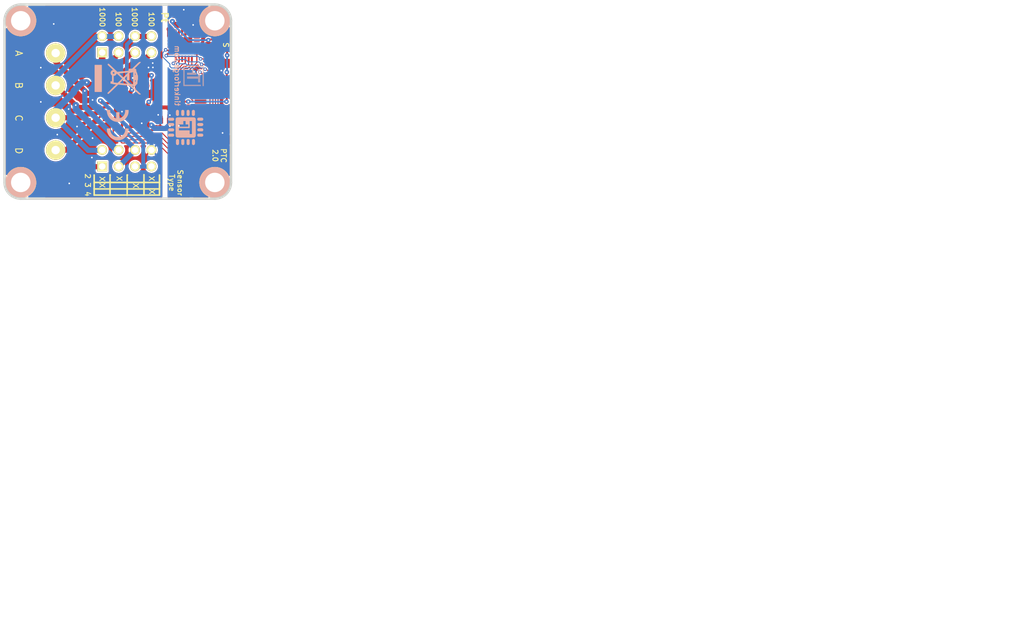
<source format=kicad_pcb>
(kicad_pcb (version 20221018) (generator pcbnew)
  (title_block (title "PTC Bricklet") (date "25 jun 2013") (rev "1.0") (company "Tinkerforge GmbH") (comment 1 "Licensed under CERN OHL v.1.1") (comment 2 "Copyright (©) 2013, B.Nordmeyer <bastian@tinkerforge.com>"))
  (layers (0 "F.Cu" signal "Vorderseite") (31 "B.Cu" signal "Rückseite") (34 "B.Paste" user) (35 "F.Paste" user) (36 "B.SilkS" user "B.Silkscreen") (37 "F.SilkS" user "F.Silkscreen") (38 "B.Mask" user) (39 "F.Mask" user) (44 "Edge.Cuts" user))
  (net 0 "")
  (net 1 "AGND")
  (net 2 "FORCE+")
  (net 3 "FORCE-")
  (net 4 "FORCE2")
  (net 5 "GND")
  (net 6 "RTDIN+")
  (net 7 "RTDIN-")
  (net 8 "VCC")
  (net 9 "Net-(P1-Pad4)")
  (net 10 "Net-(P1-Pad5)")
  (net 11 "Net-(P1-Pad6)")
  (net 12 "Net-(C1-Pad1)")
  (net 13 "Net-(C6-Pad1)")
  (net 14 "Net-(C7-Pad2)")
  (net 15 "Net-(C8-Pad2)")
  (net 16 "Net-(D1-Pad2)")
  (net 17 "Net-(P2-Pad1)")
  (net 18 "Net-(P3-Pad2)")
  (net 19 "Net-(R1-Pad1)")
  (net 20 "Net-(P4-Pad7)")
  (net 21 "Net-(R2-Pad2)")
  (net 22 "Net-(P4-Pad5)")
  (net 23 "S-MISO")
  (net 24 "S-MOSI")
  (net 25 "S-CLK")
  (net 26 "S-CS")
  (net 27 "Net-(RP2-Pad1)")
  (net 28 "Net-(RP2-Pad2)")
  (net 29 "Net-(RP2-Pad3)")
  (net 30 "Net-(RP2-Pad4)")
  (net 31 "M-MISO")
  (net 32 "M-MOSI")
  (net 33 "M-CLK")
  (net 34 "M-CS")
  (net 35 "Net-(P4-Pad6)")
  (footprint "kicad-libraries:Fiducial_Mark" (layer "F.Cu") (at 153.9 71.5)
    (fp_text reference "Fiducial_Mark" hide)
    (fp_text value "VAL**" hide)
  )
  (footprint "kicad-libraries:Fiducial_Mark" (layer "F.Cu") (at 130.9 98.4)
    (fp_text reference "Fiducial_Mark" hide)
    (fp_text value "VAL**" hide)
  )
  (footprint "kicad-libraries:Fiducial_Mark" (layer "F.Cu") (at 130.9 71.5)
    (fp_text reference "Fiducial_Mark" hide)
    (fp_text value "VAL**" hide)
  )
  (footprint "kicad-libraries:DEBUG_PAD" (layer "F.Cu") (at 150.3 73.75)
    (fp_text reference "P2")
    (fp_text value "Debug")
  )
  (footprint "kicad-libraries:SolderJumper" (layer "F.Cu") (at 151.55 71.3 180)
    (fp_text reference "P3")
    (fp_text value "Boot")
  )
  (footprint "kicad-libraries:4X0402" (layer "F.Cu") (at 151.8 81.45)
    (fp_text reference "RP1")
    (fp_text value "82")
  )
  (footprint "kicad-libraries:QFN24-4x4mm-0.5mm" (layer "F.Cu") (at 152.6 76.3 180)
    (fp_text reference "U1")
    (fp_text value "XMC1100")
  )
  (footprint "kicad-libraries:pin_array_4x2" (layer "F.Cu") (at 143.8 76.1)
    (fp_text reference "P4")
    (fp_text value "CONN_02X04" hide)
  )
  (footprint "kicad-libraries:pin_array_4x2" (layer "F.Cu") (at 143.8 93.7)
    (fp_text reference "P5")
    (fp_text value "CONN_02X04" hide)
  )
  (footprint "kicad-libraries:Fiducial_Mark" (layer "F.Cu") (at 153.8 98.5)
    (fp_text reference "Fiducial_Mark" hide)
    (fp_text value "VAL**" hide)
  )
  (footprint "kicad-libraries:C0402F" (layer "F.Cu") (at 153.5 81.45 90)
    (fp_text reference "C1")
    (fp_text value "220pF")
  )
  (footprint "kicad-libraries:C0805" (layer "F.Cu") (at 153.2 86.9 -90)
    (fp_text reference "C2")
    (fp_text value "10uF")
  )
  (footprint "kicad-libraries:C0603F" (layer "F.Cu") (at 151.8 87.1 -90)
    (fp_text reference "C3")
    (fp_text value "100nF")
  )
  (footprint "kicad-libraries:C0603F" (layer "F.Cu") (at 152.35 73.1)
    (fp_text reference "C4")
    (fp_text value "100nF")
  )
  (footprint "kicad-libraries:C0603F" (layer "F.Cu") (at 146.9 86.6 90)
    (fp_text reference "C5")
    (fp_text value "100nF")
  )
  (footprint "kicad-libraries:C0603F" (layer "F.Cu") (at 145.5 81.7 90)
    (fp_text reference "C6")
    (fp_text value "100nF")
  )
  (footprint "kicad-libraries:C0603F" (layer "F.Cu") (at 140.1 81.6 90)
    (fp_text reference "C7")
    (fp_text value "10nF")
  )
  (footprint "kicad-libraries:C0603F" (layer "F.Cu") (at 138.7 81.6 90)
    (fp_text reference "C8")
    (fp_text value "100nF")
  )
  (footprint "kicad-libraries:D0603F" (layer "F.Cu") (at 157.15 76.2)
    (fp_text reference "D1")
    (fp_text value "blue")
  )
  (footprint "kicad-libraries:R0603F" (layer "F.Cu") (at 149.7 87.9)
    (fp_text reference "FB1")
    (fp_text value "FB")
  )
  (footprint "kicad-libraries:R0603F" (layer "F.Cu") (at 146.8 81.7 -90)
    (fp_text reference "FB2")
    (fp_text value "FB")
  )
  (footprint "kicad-libraries:AKL_5_2" (layer "F.Cu") (at 132.79882 79.94904 90)
    (fp_text reference "J1")
    (fp_text value "AKL_5_2")
  )
  (footprint "kicad-libraries:AKL_5_2" (layer "F.Cu") (at 132.79882 89.94902 90)
    (fp_text reference "J2")
    (fp_text value "AKL_5_2")
  )
  (footprint "kicad-libraries:CON-SENSOR2" (layer "F.Cu") (at 159.79902 84.9503 90)
    (fp_text reference "P1")
    (fp_text value "CON-SENSOR")
  )
  (footprint "kicad-libraries:R0603F" (layer "F.Cu") (at 157.15 77.5)
    (fp_text reference "R1")
    (fp_text value "1k")
  )
  (footprint "kicad-libraries:R0603F" (layer "F.Cu") (at 143.4 81.5 -90)
    (fp_text reference "R2")
    (fp_text value "390 0.1%")
  )
  (footprint "kicad-libraries:R0603F" (layer "F.Cu") (at 141.8 81.5 -90)
    (fp_text reference "R3")
    (fp_text value "3k9 0.1%")
  )
  (footprint "kicad-libraries:0603X4" (layer "F.Cu") (at 152.2 92.3 90)
    (fp_text reference "RP2")
    (fp_text value "100")
  )
  (footprint "kicad-libraries:QFN-20-5x5" (layer "F.Cu") (at 143.05026 86.4997 180)
    (fp_text reference "U2")
    (fp_text value "MAX31865")
  )
  (footprint "kicad-libraries:DRILL_NP" (layer "F.Cu") (at 157.40126 97.44964 90)
    (fp_text reference "U3" hide)
    (fp_text value "DRILL" hide)
  )
  (footprint "kicad-libraries:DRILL_NP" (layer "F.Cu") (at 127.39878 97.44964)
    (fp_text reference "U4" hide)
    (fp_text value "DRILL" hide)
  )
  (footprint "kicad-libraries:DRILL_NP" (layer "F.Cu") (at 127.39878 72.45096 90)
    (fp_text reference "U5" hide)
    (fp_text value "DRILL" hide)
  )
  (footprint "kicad-libraries:DRILL_NP" (layer "F.Cu") (at 157.40126 72.45096)
    (fp_text reference "U6" hide)
    (fp_text value "DRILL" hide)
  )
  (footprint "kicad-libraries:Logo_31x31" (layer "B.Cu") (at 155.7 82.55 90)
    (fp_text reference "G***" hide)
    (fp_text value "Logo_31x31" hide)
  )
  (footprint "kicad-libraries:CE_5mm" (layer "B.Cu") (at 142.4 88.55 90)
    (fp_text reference "VAL" hide)
    (fp_text value "CE_5mm" hide)
  )
  (footprint "kicad-libraries:WEEE_7mm" (layer "B.Cu") (at 142.4 81.35 90)
    (fp_text reference "VAL" hide)
    (fp_text value "WEEE_7mm" hide)
  )
  (footprint "kicad-libraries:Logo_CoMCU" (layer "B.Cu") (at 152.9 88.95 90)
    (fp_text reference "G***" hide)
    (fp_text value "LOGO" hide)
  )
  (gr_line (start 141.20114 96.29902) (end 141.2494 96.29902) (stroke (width 0.24892)) (layer "F.SilkS"))
  (gr_line (start 138.75004 96.29902) (end 138.75004 99.40036) (stroke (width 0.24892)) (layer "F.SilkS"))
  (gr_line (start 143.85036 96.29902) (end 143.90116 96.29902) (stroke (width 0.24892)) (layer "F.SilkS"))
  (gr_line (start 146.44878 99.40036) (end 146.44878 96.25076) (stroke (width 0.24892)) (layer "F.SilkS"))
  (gr_line (start 138.75004 99.40036) (end 148.84908 99.40036) (stroke (width 0.24892)) (layer "F.SilkS"))
  (gr_line (start 143.85036 99.45116) (end 143.85036 96.29902) (stroke (width 0.24892)) (layer "F.SilkS"))
  (gr_line (start 148.84908 99.40036) (end 148.84908 96.29902) (stroke (width 0.24892)) (layer "F.SilkS"))
  (gr_line (start 141.20114 99.40036) (end 141.20114 96.29902) (stroke (width 0.24892)) (layer "F.SilkS"))
  (gr_line (start 138.75004 97.44964) (end 148.84908 97.44964) (stroke (width 0.24892)) (layer "F.SilkS"))
  (gr_line (start 138.75004 98.4504) (end 138.75004 98.3996) (stroke (width 0.24892)) (layer "F.SilkS"))
  (gr_line (start 148.84908 98.4504) (end 138.75004 98.4504) (stroke (width 0.24892)) (layer "F.SilkS"))
  (gr_line (start 157.40126 99.949) (end 127.39878 99.949) (stroke (width 0.381)) (layer "Edge.Cuts"))
  (gr_line (start 127.39878 69.94906) (end 157.40126 69.94906) (stroke (width 0.381)) (layer "Edge.Cuts"))
  (gr_arc (start 127.40132 99.949) (mid 125.634006 99.216954) (end 124.90196 97.44964) (stroke (width 0.381)) (layer "Edge.Cuts"))
  (gr_line (start 124.89942 97.44964) (end 124.89942 72.45096) (stroke (width 0.381)) (layer "Edge.Cuts"))
  (gr_arc (start 157.40126 69.9516) (mid 159.168574 70.683646) (end 159.90062 72.45096) (stroke (width 0.381)) (layer "Edge.Cuts"))
  (gr_arc (start 159.90062 97.44964) (mid 159.168574 99.216954) (end 157.40126 99.949) (stroke (width 0.381)) (layer "Edge.Cuts"))
  (gr_line (start 159.90062 72.45096) (end 159.90062 97.44964) (stroke (width 0.381)) (layer "Edge.Cuts"))
  (gr_arc (start 124.89942 72.45096) (mid 125.63221 70.68185) (end 127.40132 69.94906) (stroke (width 0.381)) (layer "Edge.Cuts"))
  (gr_text "tinkerforge.com" (at 151.6 80.95 270) (layer "B.SilkS") (effects (font (size 0.8001 0.8001) (thickness 0.14986)) (justify mirror)))
  (gr_text "X" (at 147.74926 98.89998 90) (layer "F.SilkS") (effects (font (size 0.8001 0.8001) (thickness 0.14986))))
  (gr_text "PTC\n2.0" (at 158.1 93.3 270) (layer "F.SilkS") (effects (font (size 0.8001 0.8001) (thickness 0.14986))))
  (gr_text "100" (at 147.5994 72.2503 270) (layer "F.SilkS") (effects (font (size 0.8001 0.8001) (thickness 0.14986))))
  (gr_text "Sensor\nType" (at 151.39924 97.50044 270) (layer "F.SilkS") (effects (font (size 0.8001 0.8001) (thickness 0.14986))))
  (gr_text "Pt" (at 149.64918 71.89978 270) (layer "F.SilkS") (effects (font (size 1.00076 1.00076) (thickness 0.20066))))
  (gr_text "X" (at 147.701 96.8502 90) (layer "F.SilkS") (effects (font (size 0.8001 0.8001) (thickness 0.14986))))
  (gr_text "100" (at 142.49908 72.2503 270) (layer "F.SilkS") (effects (font (size 0.8001 0.8001) (thickness 0.14986))))
  (gr_text "X" (at 140.05052 96.901 90) (layer "F.SilkS") (effects (font (size 0.8001 0.8001) (thickness 0.14986))))
  (gr_text "S" (at 159.1 76.2 270) (layer "F.SilkS") (effects (font (size 0.8001 0.8001) (thickness 0.14986))))
  (gr_text "X" (at 145.2499 97.95002 90) (layer "F.SilkS") (effects (font (size 0.8001 0.8001) (thickness 0.14986))))
  (gr_text "1000" (at 145.00098 71.89978 270) (layer "F.SilkS") (effects (font (size 0.8001 0.8001) (thickness 0.14986))))
  (gr_text "A     B     C     D" (at 127.09906 85.04936 270) (layer "F.SilkS") (effects (font (size 1.04902 1.04902) (thickness 0.14986))))
  (gr_text "1000" (at 139.99972 71.89978 270) (layer "F.SilkS") (effects (font (size 0.8001 0.8001) (thickness 0.14986))))
  (gr_text "2 3 4" (at 137.74928 97.85096 270) (layer "F.SilkS") (effects (font (size 0.8001 0.8001) (thickness 0.14986))))
  (gr_text "X" (at 140.05052 97.89922 90) (layer "F.SilkS") (effects (font (size 0.8001 0.8001) (thickness 0.14986))))
  (gr_text "X" (at 142.69974 96.8502 90) (layer "F.SilkS") (effects (font (size 0.8001 0.8001) (thickness 0.14986))))
  (segment (start 148.95 87.3) (end 148.65 87) (width 0.8001) (layer "F.Cu") (net 1))
  (segment (start 140.66266 88.43772) (end 138.50112 90.59926) (width 0.29972) (layer "F.Cu") (net 1))
  (segment (start 140.66266 87.79764) (end 140.66266 88.43772) (width 0.29972) (layer "F.Cu") (net 1))
  (segment (start 130.50012 88.00084) (end 130.50012 85.0011) (width 0.29972) (layer "F.Cu") (net 1))
  (segment (start 147.83054 79.66964) (end 147.15998 79.66964) (width 0.59944) (layer "F.Cu") (net 1))
  (segment (start 145.43786 87.79764) (end 145.59788 87.79764) (width 0.29972) (layer "F.Cu") (net 1))
  (segment (start 138.50112 90.59926) (end 138.50112 93.4974) (width 0.29972) (layer "F.Cu") (net 1))
  (segment (start 147.8407 79.65948) (end 148.57984 79.65948) (width 0.59944) (layer "F.Cu") (net 1))
  (segment (start 134.29996 88.80094) (end 133.05028 90.05062) (width 0.29972) (layer "F.Cu") (net 1))
  (segment (start 130.50012 79.70012) (end 130.50012 74.94778) (width 0.29972) (layer "F.Cu") (net 1))
  (segment (start 145.54962 80.899) (end 145.10258 80.899) (width 0.59944) (layer "F.Cu") (net 1))
  (segment (start 145.59788 87.79764) (end 146.1008 88.30056) (width 0.29972) (layer "F.Cu") (net 1))
  (segment (start 130.50012 79.70012) (end 130.50012 85.0011) (width 0.29972) (layer "F.Cu") (net 1))
  (segment (start 147.15998 79.66964) (end 147.14982 79.6798) (width 0.59944) (layer "F.Cu") (net 1))
  (segment (start 133.05028 90.05062) (end 132.5499 90.05062) (width 0.29972) (layer "F.Cu") (net 1))
  (segment (start 134.8994 97.5995) (end 134.85114 97.55124) (width 0.29972) (layer "F.Cu") (net 1))
  (segment (start 147.83054 79.02956) (end 147.80006 78.99908) (width 0.29972) (layer "F.Cu") (net 1))
  (segment (start 147.83054 79.66964) (end 147.83054 79.02956) (width 0.29972) (layer "F.Cu") (net 1))
  (segment (start 147.8407 79.65948) (end 147.83054 79.66964) (width 0.59944) (layer "F.Cu") (net 1))
  (segment (start 148.95 87.9) (end 148.95 87.3) (width 0.8001) (layer "F.Cu") (net 1))
  (segment (start 138.50112 93.4974) (end 138.39952 93.599) (width 0.29972) (layer "F.Cu") (net 1))
  (segment (start 145.10258 80.899) (end 144.70126 81.30032) (width 0.59944) (layer "F.Cu") (net 1))
  (segment (start 141.75232 87.79764) (end 143.05026 86.4997) (width 0.29972) (layer "F.Cu") (net 1))
  (segment (start 136.10082 88.80094) (end 134.29996 88.80094) (width 0.29972) (layer "F.Cu") (net 1))
  (segment (start 132.5499 90.05062) (end 130.50012 88.00084) (width 0.29972) (layer "F.Cu") (net 1))
  (segment (start 134.85114 97.55124) (end 134.85114 97.50044) (width 0.29972) (layer "F.Cu") (net 1))
  (segment (start 130.50012 74.94778) (end 132.4991 72.9488) (width 0.29972) (layer "F.Cu") (net 1))
  (segment (start 141.75232 87.79764) (end 140.66266 87.79764) (width 0.29972) (layer "F.Cu") (net 1))
  (via (at 147.80006 78.99908) (size 0.70104) (drill 0.25) (layers "F.Cu" "B.Cu") (net 1))
  (via (at 138.39952 93.599) (size 0.70104) (drill 0.25) (layers "F.Cu" "B.Cu") (net 1))
  (via (at 147.83054 79.66964) (size 0.70104) (drill 0.25) (layers "F.Cu" "B.Cu") (net 1))
  (via (at 147.14982 79.6798) (size 0.70104) (drill 0.25) (layers "F.Cu" "B.Cu") (net 1))
  (via (at 130.50012 85.0011) (size 0.70104) (drill 0.25) (layers "F.Cu" "B.Cu") (net 1))
  (via (at 148.65 87) (size 0.7) (drill 0.25) (layers "F.Cu" "B.Cu") (net 1))
  (via (at 133.05028 90.05062) (size 0.70104) (drill 0.25) (layers "F.Cu" "B.Cu") (net 1))
  (via (at 134.8994 97.5995) (size 0.70104) (drill 0.25) (layers "F.Cu" "B.Cu") (net 1))
  (via (at 130.50012 79.70012) (size 0.70104) (drill 0.25) (layers "F.Cu" "B.Cu") (net 1))
  (via (at 143.05026 86.4997) (size 0.70104) (drill 0.25) (layers "F.Cu" "B.Cu") (net 1))
  (via (at 138.50112 84.69884) (size 0.70104) (drill 0.25) (layers "F.Cu" "B.Cu") (net 1))
  (via (at 144.70126 81.30032) (size 0.70104) (drill 0.25) (layers "F.Cu" "B.Cu") (net 1))
  (via (at 136.10082 88.80094) (size 0.70104) (drill 0.25) (layers "F.Cu" "B.Cu") (net 1))
  (via (at 132.4991 72.9488) (size 0.70104) (drill 0.25) (layers "F.Cu" "B.Cu") (net 1))
  (via (at 138.50112 90.59926) (size 0.70104) (drill 0.25) (layers "F.Cu" "B.Cu") (net 1))
  (via (at 146.1008 88.30056) (size 0.70104) (drill 0.25) (layers "F.Cu" "B.Cu") (net 1))
  (via (at 134.80034 86.10092) (size 0.70104) (drill 0.25) (layers "F.Cu" "B.Cu") (net 1))
  (segment (start 145.82502 85.57498) (end 146.3 85.1) (width 0.59944) (layer "B.Cu") (net 1))
  (segment (start 146.3 85.1) (end 146.3 82.89906) (width 0.59944) (layer "B.Cu") (net 1))
  (segment (start 146.3 82.89906) (end 145.5293 82.12836) (width 0.59944) (layer "B.Cu") (net 1))
  (segment (start 143.97498 85.57498) (end 145.82502 85.57498) (width 0.59944) (layer "B.Cu") (net 1))
  (segment (start 146.1008 88.02116) (end 144.57934 86.4997) (width 0.59944) (layer "B.Cu") (net 1))
  (segment (start 138.50112 90.59926) (end 137.89914 90.59926) (width 0.29972) (layer "B.Cu") (net 1))
  (segment (start 147.60956 92.47886) (end 147.60956 89.80932) (width 0.59944) (layer "B.Cu") (net 1))
  (segment (start 145.5293 82.12836) (end 144.70126 81.30032) (width 0.59944) (layer "B.Cu") (net 1))
  (segment (start 138.39952 93.599) (end 138.39952 94.09938) (width 0.29972) (layer "B.Cu") (net 1))
  (segment (start 136.10082 88.50122) (end 134.80034 87.20074) (width 0.29972) (layer "B.Cu") (net 1))
  (segment (start 145.5293 81.30032) (end 147.14982 79.6798) (width 0.59944) (layer "B.Cu") (net 1))
  (segment (start 143.05026 86.4997) (end 143.97498 85.57498) (width 0.59944) (layer "B.Cu") (net 1))
  (segment (start 138.39952 94.09938) (end 134.8994 97.5995) (width 0.29972) (layer "B.Cu") (net 1))
  (segment (start 134.80034 87.20074) (end 134.80034 86.10092) (width 0.29972) (layer "B.Cu") (net 1))
  (segment (start 137.89914 90.59926) (end 136.10082 88.80094) (width 0.29972) (layer "B.Cu") (net 1))
  (segment (start 144.57934 86.4997) (end 143.05026 86.4997) (width 0.59944) (layer "B.Cu") (net 1))
  (segment (start 139.49934 83.70062) (end 138.50112 84.69884) (width 0.29972) (layer "B.Cu") (net 1))
  (segment (start 136.10082 88.80094) (end 136.10082 88.50122) (width 0.29972) (layer "B.Cu") (net 1))
  (segment (start 146.1008 88.30056) (end 146.1008 88.02116) (width 0.59944) (layer "B.Cu") (net 1))
  (segment (start 141.4018 83.70062) (end 139.49934 83.70062) (width 0.29972) (layer "B.Cu") (net 1))
  (segment (start 147.60956 89.80932) (end 146.1008 88.30056) (width 0.59944) (layer "B.Cu") (net 1))
  (segment (start 143.05026 86.4997) (end 143.05026 85.34908) (width 0.29972) (layer "B.Cu") (net 1))
  (segment (start 143.05026 85.34908) (end 141.4018 83.70062) (width 0.29972) (layer "B.Cu") (net 1))
  (segment (start 144.70126 81.30032) (end 145.5293 81.30032) (width 0.59944) (layer "B.Cu") (net 1))
  (segment (start 141.75232 84.1121) (end 141.75232 84.05368) (width 0.29972) (layer "F.Cu") (net 2))
  (segment (start 141.75232 84.05368) (end 141.39672 83.69808) (width 0.29972) (layer "F.Cu") (net 2))
  (segment (start 137.69848 83.69808) (end 137.2997 83.2993) (width 0.8001) (layer "F.Cu") (net 2))
  (segment (start 141.39672 83.69808) (end 137.69848 83.69808) (width 0.8001) (layer "F.Cu") (net 2))
  (segment (start 132.79882 78.79842) (end 132.79882 77.44968) (width 0.8001) (layer "F.Cu") (net 2))
  (segment (start 137.2997 83.2993) (end 132.79882 78.79842) (width 0.8001) (layer "F.Cu") (net 2))
  (via (at 137.2997 83.2993) (size 0.70104) (drill 0.25) (layers "F.Cu" "B.Cu") (net 2))
  (segment (start 137.2997 85.79866) (end 137.2997 83.2993) (width 0.8001) (layer "B.Cu") (net 2))
  (segment (start 145.06956 92.47886) (end 145.06956 92.31884) (width 0.8001) (layer "B.Cu") (net 2))
  (segment (start 142.27556 90.77452) (end 137.2997 85.79866) (width 0.8001) (layer "B.Cu") (net 2))
  (segment (start 145.06956 92.31884) (end 143.52524 90.77452) (width 0.8001) (layer "B.Cu") (net 2))
  (segment (start 143.52524 90.77452) (end 142.27556 90.77452) (width 0.8001) (layer "B.Cu") (net 2))
  (segment (start 142.52956 95.01886) (end 145.06956 92.47886) (width 0.8001) (layer "B.Cu") (net 2))
  (segment (start 138.8491 88.00084) (end 135.001 91.84894) (width 0.8001) (layer "F.Cu") (net 3))
  (segment (start 139.98956 95.01886) (end 138.16838 95.01886) (width 0.8001) (layer "F.Cu") (net 3))
  (segment (start 135.001 91.84894) (end 134.40156 92.44838) (width 0.8001) (layer "F.Cu") (net 3))
  (segment (start 134.40156 92.44838) (end 132.79882 92.44838) (width 0.8001) (layer "F.Cu") (net 3))
  (segment (start 135.001 91.85148) (end 135.001 91.84894) (width 0.8001) (layer "F.Cu") (net 3))
  (segment (start 139.25296 87.69858) (end 139.25296 87.8967) (width 0.29972) (layer "F.Cu") (net 3))
  (segment (start 139.80414 87.1474) (end 139.25296 87.69858) (width 0.29972) (layer "F.Cu") (net 3))
  (segment (start 138.16838 95.01886) (end 135.001 91.85148) (width 0.8001) (layer "F.Cu") (net 3))
  (segment (start 140.66266 87.1474) (end 139.80414 87.1474) (width 0.29972) (layer "F.Cu") (net 3))
  (segment (start 139.14882 88.00084) (end 138.8491 88.00084) (width 0.8001) (layer "F.Cu") (net 3))
  (segment (start 139.25296 87.8967) (end 139.14882 88.00084) (width 0.29972) (layer "F.Cu") (net 3))
  (segment (start 139.25296 87.69858) (end 139.25042 87.70112) (width 0.29972) (layer "F.Cu") (net 3))
  (segment (start 139.7508 85.04936) (end 139.7508 84.85124) (width 0.29972) (layer "F.Cu") (net 4))
  (segment (start 140.66266 85.20176) (end 139.9032 85.20176) (width 0.29972) (layer "F.Cu") (net 4))
  (segment (start 139.7508 84.85124) (end 139.7 84.80044) (width 0.29972) (layer "F.Cu") (net 4))
  (segment (start 139.9032 85.20176) (end 139.7508 85.04936) (width 0.29972) (layer "F.Cu") (net 4))
  (via (at 139.7 84.80044) (size 0.70104) (drill 0.25) (layers "F.Cu" "B.Cu") (net 4))
  (segment (start 139.7 84.80044) (end 139.8397 84.80044) (width 0.59944) (layer "B.Cu") (net 4))
  (segment (start 146.33956 91.3003) (end 146.33956 94.63786) (width 0.59944) (layer "B.Cu") (net 4))
  (segment (start 146.40052 94.69882) (end 146.72056 95.01886) (width 0.29972) (layer "B.Cu") (net 4))
  (segment (start 146.33956 94.63786) (end 146.72056 95.01886) (width 0.59944) (layer "B.Cu") (net 4))
  (segment (start 139.8397 84.80044) (end 146.33956 91.3003) (width 0.59944) (layer "B.Cu") (net 4))
  (segment (start 145.06956 95.01886) (end 146.72056 95.01886) (width 0.59944) (layer "B.Cu") (net 4))
  (segment (start 146.72056 95.01886) (end 147.60956 95.01886) (width 0.59944) (layer "B.Cu") (net 4))
  (segment (start 153.75 80.8) (end 154.2 80.35) (width 0.59944) (layer "F.Cu") (net 5))
  (segment (start 158.59902 89.80098) (end 158.6 89.8) (width 0.59944) (layer "F.Cu") (net 5))
  (segment (start 152.85 73.35) (end 153.1 73.1) (width 0.29972) (layer "F.Cu") (net 5))
  (segment (start 152.85 75.25) (end 153.25 75.65) (width 0.29972) (layer "F.Cu") (net 5))
  (segment (start 154.3497 87.4503) (end 153.89924 87.90076) (width 0.8001) (layer "F.Cu") (net 5))
  (segment (start 153.89924 87.90076) (end 153.2 87.90076) (width 0.8001) (layer "F.Cu") (net 5))
  (segment (start 151.85076 87.90076) (end 151.8 87.85) (width 0.8001) (layer "F.Cu") (net 5))
  (segment (start 151.8 88.65) (end 151.85 88.7) (width 0.8001) (layer "F.Cu") (net 5))
  (segment (start 158.59902 79.95098) (end 158.4 80.15) (width 0.29972) (layer "F.Cu") (net 5))
  (segment (start 152.05 70.75) (end 152.05 71.3) (width 0.15) (layer "F.Cu") (net 5))
  (segment (start 152 71.35) (end 152 71.85) (width 0.15) (layer "F.Cu") (net 5))
  (segment (start 152 71.85) (end 151.75 71.85) (width 0.15) (layer "F.Cu") (net 5))
  (segment (start 151.75 71.85) (end 151.775 71.85) (width 0.15) (layer "F.Cu") (net 5))
  (segment (start 152.85 75.25) (end 153.25 75.65) (width 0.15) (layer "F.Cu") (net 5))
  (segment (start 153.75 80.8) (end 154.2 80.35) (width 0.29972) (layer "F.Cu") (net 5))
  (segment (start 152.85 76.55) (end 153.25 76.95) (width 0.29972) (layer "F.Cu") (net 5))
  (segment (start 153.95 80.35) (end 154.2 80.35) (width 0.29972) (layer "F.Cu") (net 5))
  (segment (start 152.85 73.35) (end 153.1 73.1) (width 0.29972) (layer "F.Cu") (net 5))
  (segment (start 144.3482 88.8873) (end 145.11274 88.8873) (width 0.29972) (layer "F.Cu") (net 5))
  (segment (start 151.8 87.85) (end 151.8 88.65) (width 0.8001) (layer "F.Cu") (net 5))
  (segment (start 153.5 80.8) (end 153.95 80.35) (width 0.29972) (layer "F.Cu") (net 5))
  (segment (start 146.48688 89.16416) (end 145.4658 89.16416) (width 0.59944) (layer "F.Cu") (net 5))
  (segment (start 152.05 71.3) (end 152 71.35) (width 0.15) (layer "F.Cu") (net 5))
  (segment (start 158.59902 90.8503) (end 158.59902 89.80098) (width 0.59944) (layer "F.Cu") (net 5))
  (segment (start 154.05 73.1) (end 153.1 73.1) (width 0.29972) (layer "F.Cu") (net 5))
  (segment (start 153.25 75.65) (end 151.95 75.65) (width 0.29972) (layer "F.Cu") (net 5))
  (segment (start 153.2 87.90076) (end 151.85076 87.90076) (width 0.8001) (layer "F.Cu") (net 5))
  (segment (start 152.85 74.275) (end 152.85 73.35) (width 0.29972) (layer "F.Cu") (net 5))
  (segment (start 153.1 73.1) (end 154.05 73.1) (width 0.59944) (layer "F.Cu") (net 5))
  (segment (start 152.85 74.275) (end 152.85 76.55) (width 0.29972) (layer "F.Cu") (net 5))
  (segment (start 153.25 76.95) (end 151.95 76.95) (width 0.29972) (layer "F.Cu") (net 5))
  (segment (start 147.51812 88.66124) (end 147.5994 88.57996) (width 0.59944) (layer "F.Cu") (net 5))
  (segment (start 151.775 70.75) (end 152.05 70.75) (width 0.15) (layer "F.Cu") (net 5))
  (segment (start 151.95 76.95) (end 151.95 75.65) (width 0.29972) (layer "F.Cu") (net 5))
  (segment (start 153.5 80.8) (end 153.75 80.8) (width 0.29972) (layer "F.Cu") (net 5))
  (segment (start 152.85 74.275) (end 152.85 75.25) (width 0.29972) (layer "F.Cu") (net 5))
  (segment (start 152.05 71.3) (end 152.6 70.75) (width 0.29972) (layer "F.Cu") (net 5))
  (segment (start 146.94916 87.88908) (end 146.94916 87.50046) (width 0.59944) (layer "F.Cu") (net 5))
  (segment (start 145.4658 89.16416) (end 145.15084 88.8492) (width 0.59944) (layer "F.Cu") (net 5))
  (segment (start 146.9898 87.92972) (end 146.9898 88.66124) (width 0.59944) (layer "F.Cu") (net 5))
  (segment (start 155.19902 87.4503) (end 154.3497 87.4503) (width 0.8001) (layer "F.Cu") (net 5))
  (segment (start 153.25 76.95) (end 153.25 75.65) (width 0.29972) (layer "F.Cu") (net 5))
  (segment (start 158.59902 79.0503) (end 158.59902 79.95098) (width 0.29972) (layer "F.Cu") (net 5))
  (segment (start 146.9898 88.66124) (end 146.48688 89.16416) (width 0.59944) (layer "F.Cu") (net 5))
  (segment (start 145.11274 88.8873) (end 145.15084 88.8492) (width 0.29972) (layer "F.Cu") (net 5))
  (segment (start 147.51812 88.66124) (end 146.9898 88.66124) (width 0.59944) (layer "F.Cu") (net 5))
  (segment (start 150.45 87.05) (end 150.45 87.9) (width 0.8001) (layer "F.Cu") (net 5))
  (segment (start 146.94916 87.88908) (end 146.9898 87.92972) (width 0.59944) (layer "F.Cu") (net 5))
  (segment (start 150.45 87.9) (end 150.45 88.75) (width 0.8001) (layer "F.Cu") (net 5))
  (via (at 158.4 80.15) (size 0.7) (drill 0.25) (layers "F.Cu" "B.Cu") (net 5))
  (via (at 147.5994 88.57996) (size 0.70104) (drill 0.25) (layers "F.Cu" "B.Cu") (net 5))
  (via (at 151.85 88.7) (size 0.7) (drill 0.25) (layers "F.Cu" "B.Cu") (net 5))
  (via (at 154.2 80.35) (size 0.7) (drill 0.25) (layers "F.Cu" "B.Cu") (net 5))
  (via (at 150.45 87.05) (size 0.7) (drill 0.25) (layers "F.Cu" "B.Cu") (net 5))
  (via (at 152.6 70.75) (size 0.55) (drill 0.25) (layers "F.Cu" "B.Cu") (net 5))
  (via (at 154.05 73.1) (size 0.7) (drill 0.25) (layers "F.Cu" "B.Cu") (net 5))
  (via (at 150.45 88.75) (size 0.7) (drill 0.25) (layers "F.Cu" "B.Cu") (net 5))
  (via (at 158.6 89.8) (size 0.7) (drill 0.25) (layers "F.Cu" "B.Cu") (net 5))
  (segment (start 150.17002 88.75) (end 149.82002 89.1) (width 0.8001) (layer "B.Cu") (net 5))
  (segment (start 149.82002 89.1) (end 148.102 89.1) (width 0.8001) (layer "B.Cu") (net 5))
  (segment (start 148.102 89.1) (end 147.59068 88.58868) (width 0.8001) (layer "B.Cu") (net 5))
  (segment (start 147.59068 88.58868) (end 147.5994 88.57996) (width 0.8001) (layer "B.Cu") (net 5))
  (segment (start 154.2 81.45) (end 152.4 83.25) (width 0.29972) (layer "B.Cu") (net 5))
  (segment (start 152.4 83.25) (end 151.7 83.25) (width 0.29972) (layer "B.Cu") (net 5))
  (segment (start 151.7 83.25) (end 150.45 84.5) (width 0.29972) (layer "B.Cu") (net 5))
  (segment (start 150.45 84.5) (end 150.45 87.05) (width 0.29972) (layer "B.Cu") (net 5))
  (segment (start 154.2 80.35) (end 154.2 81.45) (width 0.29972) (layer "B.Cu") (net 5))
  (segment (start 150.45 88.75) (end 150.17002 88.75) (width 0.8001) (layer "B.Cu") (net 5))
  (segment (start 139.40028 85.852) (end 139.35202 85.852) (width 0.29972) (layer "F.Cu") (net 6))
  (segment (start 136.20242 85.852) (end 135.87476 85.52434) (width 0.8001) (layer "F.Cu") (net 6))
  (segment (start 139.35202 85.852) (end 139.34948 85.84946) (width 0.29972) (layer "F.Cu") (net 6))
  (segment (start 140.66266 85.852) (end 139.40028 85.852) (width 0.29972) (layer "F.Cu") (net 6))
  (segment (start 135.87476 85.52434) (end 132.79882 82.4484) (width 0.8001) (layer "F.Cu") (net 6))
  (segment (start 135.90016 85.49894) (end 135.87476 85.52434) (width 1.00076) (layer "F.Cu") (net 6))
  (segment (start 139.40028 85.852) (end 136.20242 85.852) (width 0.8001) (layer "F.Cu") (net 6))
  (via (at 135.90016 85.49894) (size 0.70104) (drill 0.25) (layers "F.Cu" "B.Cu") (net 6))
  (segment (start 139.12088 74.8792) (end 139.98956 74.8792) (width 0.8001) (layer "B.Cu") (net 6))
  (segment (start 139.98956 74.8792) (end 142.52956 74.8792) (width 0.8001) (layer "B.Cu") (net 6))
  (segment (start 142.52956 92.47886) (end 142.28064 92.47886) (width 1.00076) (layer "B.Cu") (net 6))
  (segment (start 135.90016 86.09838) (end 135.90016 85.49894) (width 1.00076) (layer "B.Cu") (net 6))
  (segment (start 132.79882 82.4484) (end 132.79882 81.20126) (width 0.8001) (layer "B.Cu") (net 6))
  (segment (start 132.79882 81.20126) (end 139.12088 74.8792) (width 0.8001) (layer "B.Cu") (net 6))
  (segment (start 142.28064 92.47886) (end 135.90016 86.09838) (width 1.00076) (layer "B.Cu") (net 6))
  (segment (start 136.90092 87.44966) (end 137.4902 86.86038) (width 0.8001) (layer "F.Cu") (net 7))
  (segment (start 140.5636 86.59876) (end 140.66266 86.4997) (width 0.29972) (layer "F.Cu") (net 7))
  (segment (start 138.0998 82.4992) (end 138.69924 82.4992) (width 1.00076) (layer "F.Cu") (net 7))
  (segment (start 140.14958 82.4992) (end 138.69924 82.4992) (width 1.00076) (layer "F.Cu") (net 7))
  (segment (start 139.55268 86.59876) (end 140.5636 86.59876) (width 0.29972) (layer "F.Cu") (net 7))
  (segment (start 132.79882 87.44966) (end 136.90092 87.44966) (width 0.8001) (layer "F.Cu") (net 7))
  (segment (start 137.4902 86.86038) (end 138.54938 86.86038) (width 0.8001) (layer "F.Cu") (net 7))
  (segment (start 137.59942 81.99882) (end 138.0998 82.4992) (width 1.00076) (layer "F.Cu") (net 7))
  (segment (start 139.29106 86.86038) (end 139.55268 86.59876) (width 0.29972) (layer "F.Cu") (net 7))
  (segment (start 138.54938 86.86038) (end 138.8491 86.86038) (width 0.8001) (layer "F.Cu") (net 7))
  (segment (start 138.8491 86.86038) (end 139.29106 86.86038) (width 0.29972) (layer "F.Cu") (net 7))
  (via (at 137.59942 81.99882) (size 0.70104) (drill 0.25) (layers "F.Cu" "B.Cu") (net 7))
  (segment (start 135.60044 83.2993) (end 136.90092 81.99882) (width 1.00076) (layer "B.Cu") (net 7))
  (segment (start 139.98956 92.47886) (end 137.82802 92.47886) (width 0.8001) (layer "B.Cu") (net 7))
  (segment (start 132.79882 86.30158) (end 135.60044 83.49996) (width 1.00076) (layer "B.Cu") (net 7))
  (segment (start 136.90092 81.99882) (end 137.59942 81.99882) (width 1.00076) (layer "B.Cu") (net 7))
  (segment (start 132.79882 87.44966) (end 132.79882 86.30158) (width 1.00076) (layer "B.Cu") (net 7))
  (segment (start 137.82802 92.47886) (end 132.79882 87.44966) (width 0.8001) (layer "B.Cu") (net 7))
  (segment (start 135.60044 83.49996) (end 135.60044 83.2993) (width 1.00076) (layer "B.Cu") (net 7))
  (segment (start 152.35 73.7) (end 151.75 73.1) (width 0.29972) (layer "F.Cu") (net 8))
  (segment (start 151.75 73.1) (end 151.6 73.1) (width 0.29972) (layer "F.Cu") (net 8))
  (segment (start 151.383958 73.1) (end 150.841979 72.558021) (width 0.59944) (layer "F.Cu") (net 8))
  (segment (start 150.05 85.85) (end 150.25 86.05) (width 0.59944) (layer "F.Cu") (net 8))
  (segment (start 150.25 86.05) (end 151.5 86.05) (width 0.59944) (layer "F.Cu") (net 8))
  (segment (start 151.5 86.05) (end 151.8 86.35) (width 0.59944) (layer "F.Cu") (net 8))
  (segment (start 152.25 86.35) (end 152.70076 85.89924) (width 0.59944) (layer "F.Cu") (net 8))
  (segment (start 152.70076 85.89924) (end 153.2 85.89924) (width 0.59944) (layer "F.Cu") (net 8))
  (segment (start 154.2503 86.2003) (end 153.94924 85.89924) (width 0.59944) (layer "F.Cu") (net 8))
  (segment (start 153.94924 85.89924) (end 153.2 85.89924) (width 0.59944) (layer "F.Cu") (net 8))
  (segment (start 159.25 84.9) (end 159.25 80.4) (width 0.29972) (layer "F.Cu") (net 8))
  (segment (start 159.3 77.8) (end 159.3 75.95) (width 0.29972) (layer "F.Cu") (net 8))
  (segment (start 159.3 75.95) (end 158.7 75.35) (width 0.29972) (layer "F.Cu") (net 8))
  (segment (start 158.7 75.35) (end 156.5 75.35) (width 0.29972) (layer "F.Cu") (net 8))
  (segment (start 156.5 75.35) (end 156.4 75.45) (width 0.29972) (layer "F.Cu") (net 8))
  (segment (start 151.8 85.4) (end 152.25 84.95) (width 0.29972) (layer "F.Cu") (net 8))
  (segment (start 152.25 84.95) (end 153.3 84.95) (width 0.29972) (layer "F.Cu") (net 8))
  (segment (start 159.2 84.95) (end 159.25 84.9) (width 0.29972) (layer "F.Cu") (net 8))
  (segment (start 146.9009 80.899) (end 147.60956 80.899) (width 0.59944) (layer "F.Cu") (net 8))
  (segment (start 146.94916 85.25256) (end 147.20062 85.0011) (width 0.29972) (layer "F.Cu") (net 8))
  (segment (start 151.8 86.35) (end 151.8 85.4) (width 0.29972) (layer "F.Cu") (net 8))
  (segment (start 152.35 74.275) (end 152.35 73.7) (width 0.29972) (layer "F.Cu") (net 8))
  (segment (start 145.48612 85.90026) (end 145.43786 85.852) (width 0.29972) (layer "F.Cu") (net 8))
  (segment (start 146.9 85.85) (end 150.05 85.85) (width 0.59944) (layer "F.Cu") (net 8))
  (segment (start 146.94916 85.90026) (end 145.48612 85.90026) (width 0.29972) (layer "F.Cu") (net 8))
  (segment (start 156.4 75.45) (end 156.4 76.2) (width 0.29972) (layer "F.Cu") (net 8))
  (segment (start 151.6 73.1) (end 151.383958 73.1) (width 0.59944) (layer "F.Cu") (net 8))
  (segment (start 155.19902 86.2003) (end 154.2503 86.2003) (width 0.59944) (layer "F.Cu") (net 8))
  (segment (start 151.8 86.35) (end 152.25 86.35) (width 0.59944) (layer "F.Cu") (net 8))
  (segment (start 147.60956 80.899) (end 147.61972 80.88884) (width 0.59944) (layer "F.Cu") (net 8))
  (segment (start 146.94916 85.90026) (end 146.94916 85.25256) (width 0.29972) (layer "F.Cu") (net 8))
  (via (at 159.25 80.4) (size 0.7) (drill 0.25) (layers "F.Cu" "B.Cu") (net 8))
  (via (at 147.61972 80.88884) (size 0.70104) (drill 0.25) (layers "F.Cu" "B.Cu") (net 8))
  (via (at 150.841979 72.558021) (size 0.7) (drill 0.25) (layers "F.Cu" "B.Cu") (net 8))
  (via (at 153.3 84.95) (size 0.7) (drill 0.25) (layers "F.Cu" "B.Cu") (net 8))
  (via (at 156.4 75.45) (size 0.7) (drill 0.25) (layers "F.Cu" "B.Cu") (net 8))
  (via (at 147.20062 85.0011) (size 0.70104) (drill 0.25) (layers "F.Cu" "B.Cu") (net 8))
  (via (at 159.2 84.95) (size 0.7) (drill 0.25) (layers "F.Cu" "B.Cu") (net 8))
  (via (at 159.3 77.8) (size 0.7) (drill 0.25) (layers "F.Cu" "B.Cu") (net 8))
  (segment (start 150.841979 72.558021) (end 150.85 72.55) (width 0.8001) (layer "B.Cu") (net 8))
  (segment (start 150.841979 72.891979) (end 153.4 75.45) (width 0.29972) (layer "B.Cu") (net 8))
  (segment (start 153.4 75.45) (end 156.4 75.45) (width 0.29972) (layer "B.Cu") (net 8))
  (segment (start 159.25 80.4) (end 159.3 80.35) (width 0.59944) (layer "B.Cu") (net 8))
  (segment (start 159.3 80.35) (end 159.3 77.8) (width 0.29972) (layer "B.Cu") (net 8))
  (segment (start 153.3 84.95) (end 159.2 84.95) (width 0.29972) (layer "B.Cu") (net 8))
  (segment (start 147.61972 84.582) (end 147.20062 85.0011) (width 0.29972) (layer "B.Cu") (net 8))
  (segment (start 147.61972 80.88884) (end 147.61972 84.582) (width 0.29972) (layer "B.Cu") (net 8))
  (segment (start 150.841979 72.558021) (end 150.841979 72.891979) (width 0.29972) (layer "B.Cu") (net 8))
  (segment (start 151.0507 82.8007) (end 152.55 84.3) (width 0.15) (layer "F.Cu") (net 9))
  (segment (start 152.55 84.3) (end 153.5 84.3) (width 0.15) (layer "F.Cu") (net 9))
  (segment (start 153.5 84.3) (end 154.1503 84.9503) (width 0.15) (layer "F.Cu") (net 9))
  (segment (start 154.1503 84.9503) (end 155.19902 84.9503) (width 0.15) (layer "F.Cu") (net 9))
  (segment (start 151.0507 82.025) (end 151.0507 82.8007) (width 0.15) (layer "F.Cu") (net 9))
  (segment (start 151.55108 82.65108) (end 152.6003 83.7003) (width 0.15) (layer "F.Cu") (net 10))
  (segment (start 152.6003 83.7003) (end 155.19902 83.7003) (width 0.15) (layer "F.Cu") (net 10))
  (segment (start 151.55108 82.025) (end 151.55108 82.65108) (width 0.15) (layer "F.Cu") (net 10))
  (segment (start 152.04892 82.44892) (end 152.35 82.75) (width 0.15) (layer "F.Cu") (net 11))
  (segment (start 152.35 82.75) (end 154 82.75) (width 0.15) (layer "F.Cu") (net 11))
  (segment (start 154 82.75) (end 154.2997 82.4503) (width 0.15) (layer "F.Cu") (net 11))
  (segment (start 154.2997 82.4503) (end 155.19902 82.4503) (width 0.15) (layer "F.Cu") (net 11))
  (segment (start 155.02382 82.45094) (end 155.00096 82.45094) (width 0.29972) (layer "F.Cu") (net 11))
  (segment (start 152.04892 82.025) (end 152.04892 82.44892) (width 0.15) (layer "F.Cu") (net 11))
  (segment (start 153.75 82.1) (end 154.6497 81.2003) (width 0.15) (layer "F.Cu") (net 12))
  (segment (start 154.6497 81.2003) (end 155.19902 81.2003) (width 0.15) (layer "F.Cu") (net 12))
  (segment (start 152.6243 82.1) (end 152.5493 82.025) (width 0.15) (layer "F.Cu") (net 12))
  (segment (start 155.19902 81.2003) (end 154.4997 81.2003) (width 0.15) (layer "F.Cu") (net 12))
  (segment (start 153.5 82.1) (end 152.6243 82.1) (width 0.15) (layer "F.Cu") (net 12))
  (segment (start 153.5 82.1) (end 153.75 82.1) (width 0.15) (layer "F.Cu") (net 12))
  (segment (start 145.59824 85.20176) (end 145.8 85) (width 0.29972) (layer "F.Cu") (net 13))
  (segment (start 145.8 83.8) (end 145.54962 83.54962) (width 0.8001) (layer "F.Cu") (net 13))
  (segment (start 145.54962 83.54962) (end 145.54962 82.4992) (width 0.8001) (layer "F.Cu") (net 13))
  (segment (start 145.8 85) (end 145.8 83.8) (width 0.8001) (layer "F.Cu") (net 13))
  (segment (start 145.43786 85.20176) (end 145.59824 85.20176) (width 0.29972) (layer "F.Cu") (net 13))
  (segment (start 146.9009 82.4992) (end 145.54962 82.4992) (width 0.8001) (layer "F.Cu") (net 13))
  (segment (start 140.14958 79.95042) (end 142.52956 77.57044) (width 0.8001) (layer "F.Cu") (net 14))
  (segment (start 142.52956 77.57044) (end 142.52956 77.4192) (width 0.8001) (layer "F.Cu") (net 14))
  (segment (start 140.14958 80.899) (end 140.14958 79.95042) (width 0.8001) (layer "F.Cu") (net 14))
  (segment (start 138.69924 80.899) (end 138.69924 79.80172) (width 1.00076) (layer "F.Cu") (net 15))
  (segment (start 139.98956 78.5114) (end 139.98956 77.4192) (width 1.00076) (layer "F.Cu") (net 15))
  (segment (start 138.69924 79.80172) (end 139.98956 78.5114) (width 1.00076) (layer "F.Cu") (net 15))
  (segment (start 157.9 77.5) (end 157.9 76.2) (width 0.15) (layer "F.Cu") (net 16))
  (segment (start 150.3 75.05) (end 150.1 74.85) (width 0.15) (layer "F.Cu") (net 17))
  (segment (start 150.1 74.85) (end 150.1 73.95) (width 0.15) (layer "F.Cu") (net 17))
  (segment (start 150.1 73.95) (end 150.3 73.75) (width 0.15) (layer "F.Cu") (net 17))
  (segment (start 150.575 75.05) (end 150.3 75.05) (width 0.15) (layer "F.Cu") (net 17))
  (segment (start 151.35 74.1) (end 150.9 73.65) (width 0.15) (layer "F.Cu") (net 18))
  (segment (start 150.9 73.65) (end 150.9 73.5) (width 0.15) (layer "F.Cu") (net 18))
  (segment (start 150.9 73.5) (end 150.2 72.8) (width 0.15) (layer "F.Cu") (net 18))
  (segment (start 150.2 72.8) (end 150.2 71.85) (width 0.15) (layer "F.Cu") (net 18))
  (segment (start 150.2 71.85) (end 150.75 71.3) (width 0.15) (layer "F.Cu") (net 18))
  (segment (start 150.75 71.3) (end 151 71.3) (width 0.15) (layer "F.Cu") (net 18))
  (segment (start 151 71.3) (end 151.4 71.3) (width 0.15) (layer "F.Cu") (net 18))
  (segment (start 151.35 74.275) (end 151.35 74.1) (width 0.15) (layer "F.Cu") (net 18))
  (segment (start 155.25 77.05) (end 155.7 77.5) (width 0.15) (layer "F.Cu") (net 19))
  (segment (start 155.7 77.5) (end 156.4 77.5) (width 0.15) (layer "F.Cu") (net 19))
  (segment (start 154.625 77.05) (end 155.25 77.05) (width 0.15) (layer "F.Cu") (net 19))
  (segment (start 143.4 80.3) (end 144.6 79.1) (width 0.8001) (layer "F.Cu") (net 20))
  (segment (start 144.6 79.1) (end 145.92876 79.1) (width 0.8001) (layer "F.Cu") (net 20))
  (segment (start 145.92876 79.1) (end 147.60956 77.4192) (width 0.8001) (layer "F.Cu") (net 20))
  (segment (start 143.4 80.49924) (end 143.4 80.3) (width 0.8001) (layer "F.Cu") (net 20))
  (segment (start 143.05026 82.84972) (end 143.40078 82.4992) (width 0.29972) (layer "F.Cu") (net 21))
  (segment (start 143.05026 84.1121) (end 143.05026 82.84972) (width 0.29972) (layer "F.Cu") (net 21))
  (segment (start 142.40256 82.90052) (end 142.00124 82.4992) (width 0.29972) (layer "F.Cu") (net 21))
  (segment (start 143.4 82.25) (end 141.8 82.25) (width 0.59944) (layer "F.Cu") (net 21))
  (segment (start 142.40256 84.1121) (end 142.40256 82.90052) (width 0.29972) (layer "F.Cu") (net 21))
  (segment (start 141.8 80) (end 143 78.8) (width 0.8001) (layer "F.Cu") (net 22))
  (segment (start 143 78.8) (end 143.2 78.8) (width 0.8001) (layer "F.Cu") (net 22))
  (segment (start 143.2 78.8) (end 144.5808 77.4192) (width 0.8001) (layer "F.Cu") (net 22))
  (segment (start 144.5808 77.4192) (end 145.06956 77.4192) (width 0.8001) (layer "F.Cu") (net 22))
  (segment (start 141.8 80.49924) (end 141.8 80) (width 0.8001) (layer "F.Cu") (net 22))
  (segment (start 154.625 78.925) (end 153.35 80.2) (width 0.15) (layer "F.Cu") (net 23))
  (segment (start 153.35 80.2) (end 152.95 80.2) (width 0.15) (layer "F.Cu") (net 23))
  (segment (start 152.95 80.2) (end 152.5493 80.6007) (width 0.15) (layer "F.Cu") (net 23))
  (segment (start 152.5493 80.6007) (end 152.5493 80.875) (width 0.15) (layer "F.Cu") (net 23))
  (segment (start 154.625 77.75) (end 154.625 78.925) (width 0.15) (layer "F.Cu") (net 23))
  (segment (start 154.625 77.55) (end 154.625 78.925) (width 0.15) (layer "F.Cu") (net 23))
  (segment (start 153.85 79.2) (end 153.2 79.85) (width 0.15) (layer "F.Cu") (net 24))
  (segment (start 153.2 79.85) (end 152.75 79.85) (width 0.15) (layer "F.Cu") (net 24))
  (segment (start 152.75 79.85) (end 152.04892 80.55108) (width 0.15) (layer "F.Cu") (net 24))
  (segment (start 152.04892 80.55108) (end 152.04892 80.875) (width 0.15) (layer "F.Cu") (net 24))
  (segment (start 153.85 78.525) (end 153.85 79.2) (width 0.15) (layer "F.Cu") (net 24))
  (segment (start 153.35 79.15) (end 153 79.5) (width 0.15) (layer "F.Cu") (net 25))
  (segment (start 153 79.5) (end 152.6 79.5) (width 0.15) (layer "F.Cu") (net 25))
  (segment (start 152.6 79.5) (end 151.55108 80.54892) (width 0.15) (layer "F.Cu") (net 25))
  (segment (start 151.55108 80.54892) (end 151.55108 80.875) (width 0.15) (layer "F.Cu") (net 25))
  (segment (start 153.35 78.525) (end 153.35 79.15) (width 0.15) (layer "F.Cu") (net 25))
  (segment (start 152.85 78.95) (end 152.65 79.15) (width 0.15) (layer "F.Cu") (net 26))
  (segment (start 152.65 79.15) (end 152.45 79.15) (width 0.15) (layer "F.Cu") (net 26))
  (segment (start 152.45 79.15) (end 151.0507 80.5493) (width 0.15) (layer "F.Cu") (net 26))
  (segment (start 151.0507 80.5493) (end 151.0507 80.875) (width 0.15) (layer "F.Cu") (net 26))
  (segment (start 152.85 78.325) (end 152.85 78.95) (width 0.15) (layer "F.Cu") (net 26))
  (segment (start 149.26948 89.81948) (end 150.57612 91.12612) (width 0.15) (layer "F.Cu") (net 27))
  (segment (start 150.57612 91.12612) (end 151.4741 91.12612) (width 0.15) (layer "F.Cu") (net 27))
  (segment (start 145.7198 89.81948) (end 149.26948 89.81948) (width 0.15) (layer "F.Cu") (net 27))
  (segment (start 143.69796 88.8873) (end 143.69796 89.51722) (width 0.15) (layer "F.Cu") (net 27))
  (segment (start 144.00022 89.81948) (end 145.7198 89.81948) (width 0.15) (layer "F.Cu") (net 27))
  (segment (start 143.69796 89.51722) (end 144.00022 89.81948) (width 0.15) (layer "F.Cu") (net 27))
  (segment (start 150.61546 91.92622) (end 149.79904 91.1098) (width 0.15) (layer "F.Cu") (net 28))
  (segment (start 149.01926 90.33002) (end 149.79904 91.1098) (width 0.15) (layer "F.Cu") (net 28))
  (segment (start 143.65986 90.33002) (end 145.48104 90.33002) (width 0.15) (layer "F.Cu") (net 28))
  (segment (start 145.48104 90.33002) (end 149.01926 90.33002) (width 0.15) (layer "F.Cu") (net 28))
  (segment (start 151.4741 91.92622) (end 150.61546 91.92622) (width 0.15) (layer "F.Cu") (net 28))
  (segment (start 143.05026 89.72042) (end 143.05026 88.8873) (width 0.15) (layer "F.Cu") (net 28))
  (segment (start 143.05026 89.72042) (end 143.65986 90.33002) (width 0.15) (layer "F.Cu") (net 28))
  (segment (start 142.40256 89.863438) (end 143.389122 90.85) (width 0.15) (layer "F.Cu") (net 29))
  (segment (start 143.389122 90.85) (end 148.8 90.85) (width 0.15) (layer "F.Cu") (net 29))
  (segment (start 148.8 90.85) (end 150.67378 92.72378) (width 0.15) (layer "F.Cu") (net 29))
  (segment (start 150.67378 92.72378) (end 151.4741 92.72378) (width 0.15) (layer "F.Cu") (net 29))
  (segment (start 142.40256 88.8873) (end 142.40256 89.863438) (width 0.15) (layer "F.Cu") (net 29))
  (segment (start 150.67388 93.52388) (end 148.51126 91.36126) (width 0.15) (layer "F.Cu") (net 30))
  (segment (start 148.51126 91.36126) (end 148.16074 91.36126) (width 0.15) (layer "F.Cu") (net 30))
  (segment (start 143.06042 91.36126) (end 148.16074 91.36126) (width 0.15) (layer "F.Cu") (net 30))
  (segment (start 151.4741 93.52388) (end 150.67388 93.52388) (width 0.15) (layer "F.Cu") (net 30))
  (segment (start 141.75232 90.05316) (end 141.75232 88.8873) (width 0.15) (layer "F.Cu") (net 30))
  (segment (start 141.75232 90.05316) (end 143.06042 91.36126) (width 0.15) (layer "F.Cu") (net 30))
  (segment (start 154.09888 91.10112) (end 155.7 89.5) (width 0.15) (layer "F.Cu") (net 31))
  (segment (start 155.7 89.5) (end 156 89.5) (width 0.15) (layer "F.Cu") (net 31))
  (segment (start 156 89.5) (end 156.65 88.85) (width 0.15) (layer "F.Cu") (net 31))
  (segment (start 156.65 88.85) (end 156.65 81) (width 0.15) (layer "F.Cu") (net 31))
  (segment (start 156.65 81) (end 156.3 80.65) (width 0.15) (layer "F.Cu") (net 31))
  (segment (start 149.9 77.05) (end 149.8 76.95) (width 0.15) (layer "F.Cu") (net 31))
  (segment (start 155.15 80.4) (end 155.4 80.65) (width 0.15) (layer "F.Cu") (net 31))
  (segment (start 155.4 80.65) (end 156.3 80.65) (width 0.15) (layer "F.Cu") (net 31))
  (segment (start 155.1 80.4) (end 155.15 80.4) (width 0.15) (layer "F.Cu") (net 31))
  (segment (start 153.0509 91.10112) (end 154.09888 91.10112) (width 0.15) (layer "F.Cu") (net 31))
  (segment (start 149.9 77.05) (end 150.575 77.05) (width 0.15) (layer "F.Cu") (net 31))
  (via (at 155.1 80.4) (size 0.55) (drill 0.25) (layers "F.Cu" "B.Cu") (net 31))
  (via (at 149.8 76.95) (size 0.55) (drill 0.25) (layers "F.Cu" "B.Cu") (net 31))
  (segment (start 155.1 80.4) (end 154.45 79.75) (width 0.15) (layer "B.Cu") (net 31))
  (segment (start 149.35 78.05) (end 150.45 79.15) (width 0.15) (layer "B.Cu") (net 31))
  (segment (start 150.45 79.15) (end 150.45 79.5) (width 0.15) (layer "B.Cu") (net 31))
  (segment (start 150.45 79.5) (end 150.7 79.75) (width 0.15) (layer "B.Cu") (net 31))
  (segment (start 150.7 79.75) (end 154.45 79.75) (width 0.15) (layer "B.Cu") (net 31))
  (segment (start 149.35 77.4) (end 149.8 76.95) (width 0.15) (layer "B.Cu") (net 31))
  (segment (start 149.35 78.05) (end 149.35 77.4) (width 0.15) (layer "B.Cu") (net 31))
  (segment (start 150.05 77.55) (end 149.9 77.7) (width 0.15) (layer "F.Cu") (net 32))
  (segment (start 153.70112 93.49888) (end 157.9 89.3) (width 0.15) (layer "F.Cu") (net 32))
  (segment (start 157.9 89.3) (end 157.9 80.9) (width 0.15) (layer "F.Cu") (net 32))
  (segment (start 157.9 80.65) (end 155.6 78.35) (width 0.15) (layer "F.Cu") (net 32))
  (segment (start 155.6 78.35) (end 155.2 78.35) (width 0.15) (layer "F.Cu") (net 32))
  (segment (start 150.2 77.55) (end 149.9 77.85) (width 0.15) (layer "F.Cu") (net 32))
  (segment (start 153.70112 93.49888) (end 153.0509 93.49888) (width 0.15) (layer "F.Cu") (net 32))
  (segment (start 150.575 77.55) (end 150.05 77.55) (width 0.15) (layer "F.Cu") (net 32))
  (segment (start 150.575 77.55) (end 150.2 77.55) (width 0.15) (layer "F.Cu") (net 32))
  (segment (start 157.9 80.9) (end 157.9 80.65) (width 0.15) (layer "F.Cu") (net 32))
  (via (at 155.2 78.35) (size 0.55) (drill 0.25) (layers "F.Cu" "B.Cu") (net 32))
  (via (at 149.9 77.85) (size 0.55) (drill 0.25) (layers "F.Cu" "B.Cu") (net 32))
  (segment (start 155.2 78.35) (end 154.8 77.95) (width 0.15) (layer "B.Cu") (net 32))
  (segment (start 154.8 77.95) (end 150.15 77.95) (width 0.15) (layer "B.Cu") (net 32))
  (segment (start 150.15 77.95) (end 149.9 77.7) (width 0.15) (layer "B.Cu") (net 32))
  (segment (start 149.9 77.85) (end 150 77.95) (width 0.15) (layer "B.Cu") (net 32))
  (segment (start 150 77.95) (end 154.8 77.95) (width 0.15) (layer "B.Cu") (net 32))
  (segment (start 153.75122 92.69878) (end 156.1 90.35) (width 0.15) (layer "F.Cu") (net 33))
  (segment (start 156.1 90.35) (end 156.2 90.35) (width 0.15) (layer "F.Cu") (net 33))
  (segment (start 156.2 90.35) (end 157.5 89.05) (width 0.15) (layer "F.Cu") (net 33))
  (segment (start 157.5 89.05) (end 157.5 80.8) (width 0.15) (layer "F.Cu") (net 33))
  (segment (start 157.5 80.8) (end 155.9 79.2) (width 0.15) (layer "F.Cu") (net 33))
  (segment (start 155.9 79.2) (end 155.35 79.2) (width 0.15) (layer "F.Cu") (net 33))
  (segment (start 151.35 78.7) (end 151 79.05) (width 0.15) (layer "F.Cu") (net 33))
  (segment (start 153.0509 92.69878) (end 153.75122 92.69878) (width 0.15) (layer "F.Cu") (net 33))
  (segment (start 151.35 78.325) (end 151.35 78.7) (width 0.15) (layer "F.Cu") (net 33))
  (via (at 151 79.05) (size 0.55) (drill 0.25) (layers "F.Cu" "B.Cu") (net 33))
  (via (at 155.35 79.2) (size 0.55) (drill 0.25) (layers "F.Cu" "B.Cu") (net 33))
  (segment (start 155.35 79.2) (end 154.95 78.8) (width 0.15) (layer "B.Cu") (net 33))
  (segment (start 154.95 78.8) (end 153.25 78.8) (width 0.15) (layer "B.Cu") (net 33))
  (segment (start 153.25 78.8) (end 152.9 78.45) (width 0.15) (layer "B.Cu") (net 33))
  (segment (start 152.9 78.45) (end 151.75 78.45) (width 0.15) (layer "B.Cu") (net 33))
  (segment (start 151 79.05) (end 151.6 78.45) (width 0.15) (layer "B.Cu") (net 33))
  (segment (start 151.6 78.45) (end 152.9 78.45) (width 0.15) (layer "B.Cu") (net 33))
  (segment (start 153.79878 91.90122) (end 155.85 89.85) (width 0.15) (layer "F.Cu") (net 34))
  (segment (start 155.85 89.85) (end 156.15 89.85) (width 0.15) (layer "F.Cu") (net 34))
  (segment (start 156.15 89.85) (end 157.1 88.9) (width 0.15) (layer "F.Cu") (net 34))
  (segment (start 157.1 88.9) (end 157.1 80.95) (width 0.15) (layer "F.Cu") (net 34))
  (segment (start 157.1 80.95) (end 156.05 79.9) (width 0.15) (layer "F.Cu") (net 34))
  (segment (start 156.05 79.9) (end 155.9 79.9) (width 0.15) (layer "F.Cu") (net 34))
  (segment (start 155.9 79.95) (end 155.9 79.9) (width 0.15) (layer "F.Cu") (net 34))
  (segment (start 151.85 79) (end 151.7 79.15) (width 0.15) (layer "F.Cu") (net 34))
  (segment (start 153.0509 91.90122) (end 153.79878 91.90122) (width 0.15) (layer "F.Cu") (net 34))
  (segment (start 151.85 79) (end 151.85 78.325) (width 0.15) (layer "F.Cu") (net 34))
  (via (at 151.7 79.15) (size 0.55) (drill 0.25) (layers "F.Cu" "B.Cu") (net 34))
  (via (at 155.9 79.95) (size 0.55) (drill 0.25) (layers "F.Cu" "B.Cu") (net 34))
  (segment (start 154.55 79.3) (end 153.1 79.3) (width 0.15) (layer "B.Cu") (net 34))
  (segment (start 153.1 79.3) (end 152.9 79.1) (width 0.15) (layer "B.Cu") (net 34))
  (segment (start 155 79.75) (end 154.55 79.3) (width 0.15) (layer "B.Cu") (net 34))
  (segment (start 155.7 79.75) (end 155.9 79.95) (width 0.15) (layer "B.Cu") (net 34))
  (segment (start 151.75 79.1) (end 151.7 79.15) (width 0.15) (layer "B.Cu") (net 34))
  (segment (start 152.9 79.1) (end 151.75 79.1) (width 0.15) (layer "B.Cu") (net 34))
  (segment (start 155 79.75) (end 155.7 79.75) (width 0.15) (layer "B.Cu") (net 34))
  (segment (start 144.3482 83.4718) (end 144.59 83.23) (width 0.59944) (layer "F.Cu") (net 35))
  (segment (start 144.59 83.23) (end 144.59 83.13) (width 0.59944) (layer "F.Cu") (net 35))
  (segment (start 145.06956 74.8792) (end 147.60956 74.8792) (width 0.8001) (layer "F.Cu") (net 35))
  (segment (start 143.69796 84.1121) (end 144.3482 84.1121) (width 0.29972) (layer "F.Cu") (net 35))
  (segment (start 144.3482 84.1121) (end 144.3482 83.4718) (width 0.59944) (layer "F.Cu") (net 35))
  (via (at 144.59 83.13) (size 0.70104) (drill 0.25) (layers "F.Cu" "B.Cu") (net 35))
  (segment (start 144.59 82.59) (end 143.8 81.8) (width 0.59944) (layer "B.Cu") (net 35))
  (segment (start 143.8 81.8) (end 143.8 76.14876) (width 0.59944) (layer "B.Cu") (net 35))
  (segment (start 143.8 76.14876) (end 145.06956 74.8792) (width 0.59944) (layer "B.Cu") (net 35))
  (segment (start 144.59 83.13) (end 144.59 82.59) (width 0.59944) (layer "B.Cu") (net 35))
  (zone (net 5) (net_name "GND") (layer "F.Cu") (connect_pads (clearance 0.2)) (min_thickness 0.15) (fill yes (thermal_gap 0.24892) (thermal_bridge_width 0.25908))
    (polygon (pts (xy 159.9 99.95) (xy 159.9 69.95) (xy 150.1 69.95) (xy 150.1 99.95)))
  )
  (zone (net 1) (net_name "AGND") (layer "F.Cu") (connect_pads (clearance 0.24892)) (min_thickness 0.254) (fill yes (thermal_gap 0.24892) (thermal_bridge_width 0.25908))
    (polygon (pts (xy 149.3 99.95) (xy 149.3 69.95) (xy 124.9 69.95) (xy 124.9 99.95)))
  )
  (zone (net 1) (net_name "AGND") (layer "B.Cu") (connect_pads (clearance 0.24892)) (min_thickness 0.254) (fill yes (thermal_gap 0.24892) (thermal_bridge_width 0.25908))
    (polygon (pts (xy 149.3012 99.90074) (xy 149.3012 69.99986) (xy 124.89942 69.99986) (xy 124.89942 99.90074)))
  )
  (zone (net 5) (net_name "GND") (layer "B.Cu") (connect_pads (clearance 0.2)) (min_thickness 0.15) (fill yes (thermal_gap 0.24892) (thermal_bridge_width 0.25908))
    (polygon (pts (xy 159.90062 99.9998) (xy 159.90062 69.99986) (xy 150.09876 69.99986) (xy 150.09876 99.9998)))
  )
)
</source>
